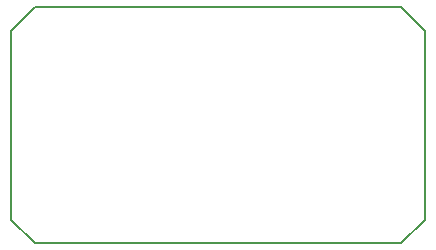
<source format=gbr>
G04 #@! TF.GenerationSoftware,KiCad,Pcbnew,5.0.2+dfsg1-1*
G04 #@! TF.CreationDate,2021-01-04T01:24:12+01:00*
G04 #@! TF.ProjectId,tester,74657374-6572-42e6-9b69-6361645f7063,rev?*
G04 #@! TF.SameCoordinates,Original*
G04 #@! TF.FileFunction,Profile,NP*
%FSLAX46Y46*%
G04 Gerber Fmt 4.6, Leading zero omitted, Abs format (unit mm)*
G04 Created by KiCad (PCBNEW 5.0.2+dfsg1-1) date Mon 04 Jan 2021 01:24:12 AM CET*
%MOMM*%
%LPD*%
G01*
G04 APERTURE LIST*
%ADD10C,0.150000*%
G04 APERTURE END LIST*
D10*
X-18000000Y-8000000D02*
X-18000000Y8000000D01*
X-16000000Y-10000000D02*
X-18000000Y-8000000D01*
X15000000Y-10000000D02*
X-16000000Y-10000000D01*
X17000000Y-8000000D02*
X15000000Y-10000000D01*
X17000000Y8000000D02*
X17000000Y-8000000D01*
X15000000Y10000000D02*
X17000000Y8000000D01*
X-16000000Y10000000D02*
X15000000Y10000000D01*
X-18000000Y8000000D02*
X-16000000Y10000000D01*
M02*

</source>
